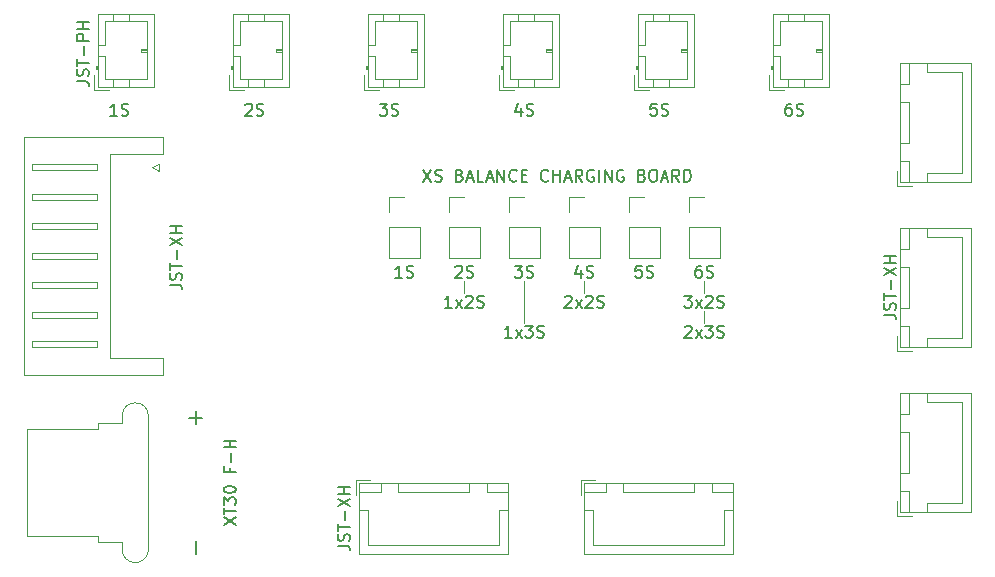
<source format=gbr>
%TF.GenerationSoftware,KiCad,Pcbnew,(5.1.9)-1*%
%TF.CreationDate,2021-07-12T10:29:01+01:00*%
%TF.ProjectId,board,626f6172-642e-46b6-9963-61645f706362,rev?*%
%TF.SameCoordinates,Original*%
%TF.FileFunction,Legend,Top*%
%TF.FilePolarity,Positive*%
%FSLAX46Y46*%
G04 Gerber Fmt 4.6, Leading zero omitted, Abs format (unit mm)*
G04 Created by KiCad (PCBNEW (5.1.9)-1) date 2021-07-12 10:29:01*
%MOMM*%
%LPD*%
G01*
G04 APERTURE LIST*
%ADD10C,0.150000*%
%ADD11C,0.120000*%
G04 APERTURE END LIST*
D10*
X93432380Y-159051333D02*
X94146666Y-159051333D01*
X94289523Y-159098952D01*
X94384761Y-159194190D01*
X94432380Y-159337047D01*
X94432380Y-159432285D01*
X94384761Y-158622761D02*
X94432380Y-158479904D01*
X94432380Y-158241809D01*
X94384761Y-158146571D01*
X94337142Y-158098952D01*
X94241904Y-158051333D01*
X94146666Y-158051333D01*
X94051428Y-158098952D01*
X94003809Y-158146571D01*
X93956190Y-158241809D01*
X93908571Y-158432285D01*
X93860952Y-158527523D01*
X93813333Y-158575142D01*
X93718095Y-158622761D01*
X93622857Y-158622761D01*
X93527619Y-158575142D01*
X93480000Y-158527523D01*
X93432380Y-158432285D01*
X93432380Y-158194190D01*
X93480000Y-158051333D01*
X93432380Y-157765619D02*
X93432380Y-157194190D01*
X94432380Y-157479904D02*
X93432380Y-157479904D01*
X94051428Y-156860857D02*
X94051428Y-156098952D01*
X93432380Y-155718000D02*
X94432380Y-155051333D01*
X93432380Y-155051333D02*
X94432380Y-155718000D01*
X94432380Y-154670380D02*
X93432380Y-154670380D01*
X93908571Y-154670380D02*
X93908571Y-154098952D01*
X94432380Y-154098952D02*
X93432380Y-154098952D01*
X139660380Y-139493333D02*
X140374666Y-139493333D01*
X140517523Y-139540952D01*
X140612761Y-139636190D01*
X140660380Y-139779047D01*
X140660380Y-139874285D01*
X140612761Y-139064761D02*
X140660380Y-138921904D01*
X140660380Y-138683809D01*
X140612761Y-138588571D01*
X140565142Y-138540952D01*
X140469904Y-138493333D01*
X140374666Y-138493333D01*
X140279428Y-138540952D01*
X140231809Y-138588571D01*
X140184190Y-138683809D01*
X140136571Y-138874285D01*
X140088952Y-138969523D01*
X140041333Y-139017142D01*
X139946095Y-139064761D01*
X139850857Y-139064761D01*
X139755619Y-139017142D01*
X139708000Y-138969523D01*
X139660380Y-138874285D01*
X139660380Y-138636190D01*
X139708000Y-138493333D01*
X139660380Y-138207619D02*
X139660380Y-137636190D01*
X140660380Y-137921904D02*
X139660380Y-137921904D01*
X140279428Y-137302857D02*
X140279428Y-136540952D01*
X139660380Y-136160000D02*
X140660380Y-135493333D01*
X139660380Y-135493333D02*
X140660380Y-136160000D01*
X140660380Y-135112380D02*
X139660380Y-135112380D01*
X140136571Y-135112380D02*
X140136571Y-134540952D01*
X140660380Y-134540952D02*
X139660380Y-134540952D01*
X71334380Y-119705142D02*
X72048666Y-119705142D01*
X72191523Y-119752761D01*
X72286761Y-119848000D01*
X72334380Y-119990857D01*
X72334380Y-120086095D01*
X72286761Y-119276571D02*
X72334380Y-119133714D01*
X72334380Y-118895619D01*
X72286761Y-118800380D01*
X72239142Y-118752761D01*
X72143904Y-118705142D01*
X72048666Y-118705142D01*
X71953428Y-118752761D01*
X71905809Y-118800380D01*
X71858190Y-118895619D01*
X71810571Y-119086095D01*
X71762952Y-119181333D01*
X71715333Y-119228952D01*
X71620095Y-119276571D01*
X71524857Y-119276571D01*
X71429619Y-119228952D01*
X71382000Y-119181333D01*
X71334380Y-119086095D01*
X71334380Y-118848000D01*
X71382000Y-118705142D01*
X71334380Y-118419428D02*
X71334380Y-117848000D01*
X72334380Y-118133714D02*
X71334380Y-118133714D01*
X71953428Y-117514666D02*
X71953428Y-116752761D01*
X72334380Y-116276571D02*
X71334380Y-116276571D01*
X71334380Y-115895619D01*
X71382000Y-115800380D01*
X71429619Y-115752761D01*
X71524857Y-115705142D01*
X71667714Y-115705142D01*
X71762952Y-115752761D01*
X71810571Y-115800380D01*
X71858190Y-115895619D01*
X71858190Y-116276571D01*
X72334380Y-115276571D02*
X71334380Y-115276571D01*
X71810571Y-115276571D02*
X71810571Y-114705142D01*
X72334380Y-114705142D02*
X71334380Y-114705142D01*
X83780380Y-157289047D02*
X84780380Y-156622380D01*
X83780380Y-156622380D02*
X84780380Y-157289047D01*
X83780380Y-156384285D02*
X83780380Y-155812857D01*
X84780380Y-156098571D02*
X83780380Y-156098571D01*
X83780380Y-155574761D02*
X83780380Y-154955714D01*
X84161333Y-155289047D01*
X84161333Y-155146190D01*
X84208952Y-155050952D01*
X84256571Y-155003333D01*
X84351809Y-154955714D01*
X84589904Y-154955714D01*
X84685142Y-155003333D01*
X84732761Y-155050952D01*
X84780380Y-155146190D01*
X84780380Y-155431904D01*
X84732761Y-155527142D01*
X84685142Y-155574761D01*
X83780380Y-154336666D02*
X83780380Y-154241428D01*
X83828000Y-154146190D01*
X83875619Y-154098571D01*
X83970857Y-154050952D01*
X84161333Y-154003333D01*
X84399428Y-154003333D01*
X84589904Y-154050952D01*
X84685142Y-154098571D01*
X84732761Y-154146190D01*
X84780380Y-154241428D01*
X84780380Y-154336666D01*
X84732761Y-154431904D01*
X84685142Y-154479523D01*
X84589904Y-154527142D01*
X84399428Y-154574761D01*
X84161333Y-154574761D01*
X83970857Y-154527142D01*
X83875619Y-154479523D01*
X83828000Y-154431904D01*
X83780380Y-154336666D01*
X84256571Y-152479523D02*
X84256571Y-152812857D01*
X84780380Y-152812857D02*
X83780380Y-152812857D01*
X83780380Y-152336666D01*
X84399428Y-151955714D02*
X84399428Y-151193809D01*
X84780380Y-150717619D02*
X83780380Y-150717619D01*
X84256571Y-150717619D02*
X84256571Y-150146190D01*
X84780380Y-150146190D02*
X83780380Y-150146190D01*
D11*
X124460000Y-137668000D02*
X124460000Y-136652000D01*
X124460000Y-140208000D02*
X124460000Y-139192000D01*
X114300000Y-137668000D02*
X114300000Y-136652000D01*
X109220000Y-140208000D02*
X109220000Y-136652000D01*
X104140000Y-137668000D02*
X104140000Y-136652000D01*
D10*
X122817142Y-140517619D02*
X122864761Y-140470000D01*
X122960000Y-140422380D01*
X123198095Y-140422380D01*
X123293333Y-140470000D01*
X123340952Y-140517619D01*
X123388571Y-140612857D01*
X123388571Y-140708095D01*
X123340952Y-140850952D01*
X122769523Y-141422380D01*
X123388571Y-141422380D01*
X123721904Y-141422380D02*
X124245714Y-140755714D01*
X123721904Y-140755714D02*
X124245714Y-141422380D01*
X124531428Y-140422380D02*
X125150476Y-140422380D01*
X124817142Y-140803333D01*
X124960000Y-140803333D01*
X125055238Y-140850952D01*
X125102857Y-140898571D01*
X125150476Y-140993809D01*
X125150476Y-141231904D01*
X125102857Y-141327142D01*
X125055238Y-141374761D01*
X124960000Y-141422380D01*
X124674285Y-141422380D01*
X124579047Y-141374761D01*
X124531428Y-141327142D01*
X125531428Y-141374761D02*
X125674285Y-141422380D01*
X125912380Y-141422380D01*
X126007619Y-141374761D01*
X126055238Y-141327142D01*
X126102857Y-141231904D01*
X126102857Y-141136666D01*
X126055238Y-141041428D01*
X126007619Y-140993809D01*
X125912380Y-140946190D01*
X125721904Y-140898571D01*
X125626666Y-140850952D01*
X125579047Y-140803333D01*
X125531428Y-140708095D01*
X125531428Y-140612857D01*
X125579047Y-140517619D01*
X125626666Y-140470000D01*
X125721904Y-140422380D01*
X125960000Y-140422380D01*
X126102857Y-140470000D01*
X108148571Y-141422380D02*
X107577142Y-141422380D01*
X107862857Y-141422380D02*
X107862857Y-140422380D01*
X107767619Y-140565238D01*
X107672380Y-140660476D01*
X107577142Y-140708095D01*
X108481904Y-141422380D02*
X109005714Y-140755714D01*
X108481904Y-140755714D02*
X109005714Y-141422380D01*
X109291428Y-140422380D02*
X109910476Y-140422380D01*
X109577142Y-140803333D01*
X109720000Y-140803333D01*
X109815238Y-140850952D01*
X109862857Y-140898571D01*
X109910476Y-140993809D01*
X109910476Y-141231904D01*
X109862857Y-141327142D01*
X109815238Y-141374761D01*
X109720000Y-141422380D01*
X109434285Y-141422380D01*
X109339047Y-141374761D01*
X109291428Y-141327142D01*
X110291428Y-141374761D02*
X110434285Y-141422380D01*
X110672380Y-141422380D01*
X110767619Y-141374761D01*
X110815238Y-141327142D01*
X110862857Y-141231904D01*
X110862857Y-141136666D01*
X110815238Y-141041428D01*
X110767619Y-140993809D01*
X110672380Y-140946190D01*
X110481904Y-140898571D01*
X110386666Y-140850952D01*
X110339047Y-140803333D01*
X110291428Y-140708095D01*
X110291428Y-140612857D01*
X110339047Y-140517619D01*
X110386666Y-140470000D01*
X110481904Y-140422380D01*
X110720000Y-140422380D01*
X110862857Y-140470000D01*
X122769523Y-137882380D02*
X123388571Y-137882380D01*
X123055238Y-138263333D01*
X123198095Y-138263333D01*
X123293333Y-138310952D01*
X123340952Y-138358571D01*
X123388571Y-138453809D01*
X123388571Y-138691904D01*
X123340952Y-138787142D01*
X123293333Y-138834761D01*
X123198095Y-138882380D01*
X122912380Y-138882380D01*
X122817142Y-138834761D01*
X122769523Y-138787142D01*
X123721904Y-138882380D02*
X124245714Y-138215714D01*
X123721904Y-138215714D02*
X124245714Y-138882380D01*
X124579047Y-137977619D02*
X124626666Y-137930000D01*
X124721904Y-137882380D01*
X124960000Y-137882380D01*
X125055238Y-137930000D01*
X125102857Y-137977619D01*
X125150476Y-138072857D01*
X125150476Y-138168095D01*
X125102857Y-138310952D01*
X124531428Y-138882380D01*
X125150476Y-138882380D01*
X125531428Y-138834761D02*
X125674285Y-138882380D01*
X125912380Y-138882380D01*
X126007619Y-138834761D01*
X126055238Y-138787142D01*
X126102857Y-138691904D01*
X126102857Y-138596666D01*
X126055238Y-138501428D01*
X126007619Y-138453809D01*
X125912380Y-138406190D01*
X125721904Y-138358571D01*
X125626666Y-138310952D01*
X125579047Y-138263333D01*
X125531428Y-138168095D01*
X125531428Y-138072857D01*
X125579047Y-137977619D01*
X125626666Y-137930000D01*
X125721904Y-137882380D01*
X125960000Y-137882380D01*
X126102857Y-137930000D01*
X112657142Y-137977619D02*
X112704761Y-137930000D01*
X112800000Y-137882380D01*
X113038095Y-137882380D01*
X113133333Y-137930000D01*
X113180952Y-137977619D01*
X113228571Y-138072857D01*
X113228571Y-138168095D01*
X113180952Y-138310952D01*
X112609523Y-138882380D01*
X113228571Y-138882380D01*
X113561904Y-138882380D02*
X114085714Y-138215714D01*
X113561904Y-138215714D02*
X114085714Y-138882380D01*
X114419047Y-137977619D02*
X114466666Y-137930000D01*
X114561904Y-137882380D01*
X114800000Y-137882380D01*
X114895238Y-137930000D01*
X114942857Y-137977619D01*
X114990476Y-138072857D01*
X114990476Y-138168095D01*
X114942857Y-138310952D01*
X114371428Y-138882380D01*
X114990476Y-138882380D01*
X115371428Y-138834761D02*
X115514285Y-138882380D01*
X115752380Y-138882380D01*
X115847619Y-138834761D01*
X115895238Y-138787142D01*
X115942857Y-138691904D01*
X115942857Y-138596666D01*
X115895238Y-138501428D01*
X115847619Y-138453809D01*
X115752380Y-138406190D01*
X115561904Y-138358571D01*
X115466666Y-138310952D01*
X115419047Y-138263333D01*
X115371428Y-138168095D01*
X115371428Y-138072857D01*
X115419047Y-137977619D01*
X115466666Y-137930000D01*
X115561904Y-137882380D01*
X115800000Y-137882380D01*
X115942857Y-137930000D01*
X103068571Y-138882380D02*
X102497142Y-138882380D01*
X102782857Y-138882380D02*
X102782857Y-137882380D01*
X102687619Y-138025238D01*
X102592380Y-138120476D01*
X102497142Y-138168095D01*
X103401904Y-138882380D02*
X103925714Y-138215714D01*
X103401904Y-138215714D02*
X103925714Y-138882380D01*
X104259047Y-137977619D02*
X104306666Y-137930000D01*
X104401904Y-137882380D01*
X104640000Y-137882380D01*
X104735238Y-137930000D01*
X104782857Y-137977619D01*
X104830476Y-138072857D01*
X104830476Y-138168095D01*
X104782857Y-138310952D01*
X104211428Y-138882380D01*
X104830476Y-138882380D01*
X105211428Y-138834761D02*
X105354285Y-138882380D01*
X105592380Y-138882380D01*
X105687619Y-138834761D01*
X105735238Y-138787142D01*
X105782857Y-138691904D01*
X105782857Y-138596666D01*
X105735238Y-138501428D01*
X105687619Y-138453809D01*
X105592380Y-138406190D01*
X105401904Y-138358571D01*
X105306666Y-138310952D01*
X105259047Y-138263333D01*
X105211428Y-138168095D01*
X105211428Y-138072857D01*
X105259047Y-137977619D01*
X105306666Y-137930000D01*
X105401904Y-137882380D01*
X105640000Y-137882380D01*
X105782857Y-137930000D01*
X74739523Y-122626380D02*
X74168095Y-122626380D01*
X74453809Y-122626380D02*
X74453809Y-121626380D01*
X74358571Y-121769238D01*
X74263333Y-121864476D01*
X74168095Y-121912095D01*
X75120476Y-122578761D02*
X75263333Y-122626380D01*
X75501428Y-122626380D01*
X75596666Y-122578761D01*
X75644285Y-122531142D01*
X75691904Y-122435904D01*
X75691904Y-122340666D01*
X75644285Y-122245428D01*
X75596666Y-122197809D01*
X75501428Y-122150190D01*
X75310952Y-122102571D01*
X75215714Y-122054952D01*
X75168095Y-122007333D01*
X75120476Y-121912095D01*
X75120476Y-121816857D01*
X75168095Y-121721619D01*
X75215714Y-121674000D01*
X75310952Y-121626380D01*
X75549047Y-121626380D01*
X75691904Y-121674000D01*
X79208380Y-136953333D02*
X79922666Y-136953333D01*
X80065523Y-137000952D01*
X80160761Y-137096190D01*
X80208380Y-137239047D01*
X80208380Y-137334285D01*
X80160761Y-136524761D02*
X80208380Y-136381904D01*
X80208380Y-136143809D01*
X80160761Y-136048571D01*
X80113142Y-136000952D01*
X80017904Y-135953333D01*
X79922666Y-135953333D01*
X79827428Y-136000952D01*
X79779809Y-136048571D01*
X79732190Y-136143809D01*
X79684571Y-136334285D01*
X79636952Y-136429523D01*
X79589333Y-136477142D01*
X79494095Y-136524761D01*
X79398857Y-136524761D01*
X79303619Y-136477142D01*
X79256000Y-136429523D01*
X79208380Y-136334285D01*
X79208380Y-136096190D01*
X79256000Y-135953333D01*
X79208380Y-135667619D02*
X79208380Y-135096190D01*
X80208380Y-135381904D02*
X79208380Y-135381904D01*
X79827428Y-134762857D02*
X79827428Y-134000952D01*
X79208380Y-133620000D02*
X80208380Y-132953333D01*
X79208380Y-132953333D02*
X80208380Y-133620000D01*
X80208380Y-132572380D02*
X79208380Y-132572380D01*
X79684571Y-132572380D02*
X79684571Y-132000952D01*
X80208380Y-132000952D02*
X79208380Y-132000952D01*
X96980476Y-121626380D02*
X97599523Y-121626380D01*
X97266190Y-122007333D01*
X97409047Y-122007333D01*
X97504285Y-122054952D01*
X97551904Y-122102571D01*
X97599523Y-122197809D01*
X97599523Y-122435904D01*
X97551904Y-122531142D01*
X97504285Y-122578761D01*
X97409047Y-122626380D01*
X97123333Y-122626380D01*
X97028095Y-122578761D01*
X96980476Y-122531142D01*
X97980476Y-122578761D02*
X98123333Y-122626380D01*
X98361428Y-122626380D01*
X98456666Y-122578761D01*
X98504285Y-122531142D01*
X98551904Y-122435904D01*
X98551904Y-122340666D01*
X98504285Y-122245428D01*
X98456666Y-122197809D01*
X98361428Y-122150190D01*
X98170952Y-122102571D01*
X98075714Y-122054952D01*
X98028095Y-122007333D01*
X97980476Y-121912095D01*
X97980476Y-121816857D01*
X98028095Y-121721619D01*
X98075714Y-121674000D01*
X98170952Y-121626380D01*
X98409047Y-121626380D01*
X98551904Y-121674000D01*
X114014285Y-135675714D02*
X114014285Y-136342380D01*
X113776190Y-135294761D02*
X113538095Y-136009047D01*
X114157142Y-136009047D01*
X114490476Y-136294761D02*
X114633333Y-136342380D01*
X114871428Y-136342380D01*
X114966666Y-136294761D01*
X115014285Y-136247142D01*
X115061904Y-136151904D01*
X115061904Y-136056666D01*
X115014285Y-135961428D01*
X114966666Y-135913809D01*
X114871428Y-135866190D01*
X114680952Y-135818571D01*
X114585714Y-135770952D01*
X114538095Y-135723333D01*
X114490476Y-135628095D01*
X114490476Y-135532857D01*
X114538095Y-135437619D01*
X114585714Y-135390000D01*
X114680952Y-135342380D01*
X114919047Y-135342380D01*
X115061904Y-135390000D01*
X103378095Y-135437619D02*
X103425714Y-135390000D01*
X103520952Y-135342380D01*
X103759047Y-135342380D01*
X103854285Y-135390000D01*
X103901904Y-135437619D01*
X103949523Y-135532857D01*
X103949523Y-135628095D01*
X103901904Y-135770952D01*
X103330476Y-136342380D01*
X103949523Y-136342380D01*
X104330476Y-136294761D02*
X104473333Y-136342380D01*
X104711428Y-136342380D01*
X104806666Y-136294761D01*
X104854285Y-136247142D01*
X104901904Y-136151904D01*
X104901904Y-136056666D01*
X104854285Y-135961428D01*
X104806666Y-135913809D01*
X104711428Y-135866190D01*
X104520952Y-135818571D01*
X104425714Y-135770952D01*
X104378095Y-135723333D01*
X104330476Y-135628095D01*
X104330476Y-135532857D01*
X104378095Y-135437619D01*
X104425714Y-135390000D01*
X104520952Y-135342380D01*
X104759047Y-135342380D01*
X104901904Y-135390000D01*
X108410476Y-135342380D02*
X109029523Y-135342380D01*
X108696190Y-135723333D01*
X108839047Y-135723333D01*
X108934285Y-135770952D01*
X108981904Y-135818571D01*
X109029523Y-135913809D01*
X109029523Y-136151904D01*
X108981904Y-136247142D01*
X108934285Y-136294761D01*
X108839047Y-136342380D01*
X108553333Y-136342380D01*
X108458095Y-136294761D01*
X108410476Y-136247142D01*
X109410476Y-136294761D02*
X109553333Y-136342380D01*
X109791428Y-136342380D01*
X109886666Y-136294761D01*
X109934285Y-136247142D01*
X109981904Y-136151904D01*
X109981904Y-136056666D01*
X109934285Y-135961428D01*
X109886666Y-135913809D01*
X109791428Y-135866190D01*
X109600952Y-135818571D01*
X109505714Y-135770952D01*
X109458095Y-135723333D01*
X109410476Y-135628095D01*
X109410476Y-135532857D01*
X109458095Y-135437619D01*
X109505714Y-135390000D01*
X109600952Y-135342380D01*
X109839047Y-135342380D01*
X109981904Y-135390000D01*
X120411904Y-121626380D02*
X119935714Y-121626380D01*
X119888095Y-122102571D01*
X119935714Y-122054952D01*
X120030952Y-122007333D01*
X120269047Y-122007333D01*
X120364285Y-122054952D01*
X120411904Y-122102571D01*
X120459523Y-122197809D01*
X120459523Y-122435904D01*
X120411904Y-122531142D01*
X120364285Y-122578761D01*
X120269047Y-122626380D01*
X120030952Y-122626380D01*
X119935714Y-122578761D01*
X119888095Y-122531142D01*
X120840476Y-122578761D02*
X120983333Y-122626380D01*
X121221428Y-122626380D01*
X121316666Y-122578761D01*
X121364285Y-122531142D01*
X121411904Y-122435904D01*
X121411904Y-122340666D01*
X121364285Y-122245428D01*
X121316666Y-122197809D01*
X121221428Y-122150190D01*
X121030952Y-122102571D01*
X120935714Y-122054952D01*
X120888095Y-122007333D01*
X120840476Y-121912095D01*
X120840476Y-121816857D01*
X120888095Y-121721619D01*
X120935714Y-121674000D01*
X121030952Y-121626380D01*
X121269047Y-121626380D01*
X121411904Y-121674000D01*
X119141904Y-135342380D02*
X118665714Y-135342380D01*
X118618095Y-135818571D01*
X118665714Y-135770952D01*
X118760952Y-135723333D01*
X118999047Y-135723333D01*
X119094285Y-135770952D01*
X119141904Y-135818571D01*
X119189523Y-135913809D01*
X119189523Y-136151904D01*
X119141904Y-136247142D01*
X119094285Y-136294761D01*
X118999047Y-136342380D01*
X118760952Y-136342380D01*
X118665714Y-136294761D01*
X118618095Y-136247142D01*
X119570476Y-136294761D02*
X119713333Y-136342380D01*
X119951428Y-136342380D01*
X120046666Y-136294761D01*
X120094285Y-136247142D01*
X120141904Y-136151904D01*
X120141904Y-136056666D01*
X120094285Y-135961428D01*
X120046666Y-135913809D01*
X119951428Y-135866190D01*
X119760952Y-135818571D01*
X119665714Y-135770952D01*
X119618095Y-135723333D01*
X119570476Y-135628095D01*
X119570476Y-135532857D01*
X119618095Y-135437619D01*
X119665714Y-135390000D01*
X119760952Y-135342380D01*
X119999047Y-135342380D01*
X120141904Y-135390000D01*
X131794285Y-121626380D02*
X131603809Y-121626380D01*
X131508571Y-121674000D01*
X131460952Y-121721619D01*
X131365714Y-121864476D01*
X131318095Y-122054952D01*
X131318095Y-122435904D01*
X131365714Y-122531142D01*
X131413333Y-122578761D01*
X131508571Y-122626380D01*
X131699047Y-122626380D01*
X131794285Y-122578761D01*
X131841904Y-122531142D01*
X131889523Y-122435904D01*
X131889523Y-122197809D01*
X131841904Y-122102571D01*
X131794285Y-122054952D01*
X131699047Y-122007333D01*
X131508571Y-122007333D01*
X131413333Y-122054952D01*
X131365714Y-122102571D01*
X131318095Y-122197809D01*
X132270476Y-122578761D02*
X132413333Y-122626380D01*
X132651428Y-122626380D01*
X132746666Y-122578761D01*
X132794285Y-122531142D01*
X132841904Y-122435904D01*
X132841904Y-122340666D01*
X132794285Y-122245428D01*
X132746666Y-122197809D01*
X132651428Y-122150190D01*
X132460952Y-122102571D01*
X132365714Y-122054952D01*
X132318095Y-122007333D01*
X132270476Y-121912095D01*
X132270476Y-121816857D01*
X132318095Y-121721619D01*
X132365714Y-121674000D01*
X132460952Y-121626380D01*
X132699047Y-121626380D01*
X132841904Y-121674000D01*
X108934285Y-121959714D02*
X108934285Y-122626380D01*
X108696190Y-121578761D02*
X108458095Y-122293047D01*
X109077142Y-122293047D01*
X109410476Y-122578761D02*
X109553333Y-122626380D01*
X109791428Y-122626380D01*
X109886666Y-122578761D01*
X109934285Y-122531142D01*
X109981904Y-122435904D01*
X109981904Y-122340666D01*
X109934285Y-122245428D01*
X109886666Y-122197809D01*
X109791428Y-122150190D01*
X109600952Y-122102571D01*
X109505714Y-122054952D01*
X109458095Y-122007333D01*
X109410476Y-121912095D01*
X109410476Y-121816857D01*
X109458095Y-121721619D01*
X109505714Y-121674000D01*
X109600952Y-121626380D01*
X109839047Y-121626380D01*
X109981904Y-121674000D01*
X124174285Y-135342380D02*
X123983809Y-135342380D01*
X123888571Y-135390000D01*
X123840952Y-135437619D01*
X123745714Y-135580476D01*
X123698095Y-135770952D01*
X123698095Y-136151904D01*
X123745714Y-136247142D01*
X123793333Y-136294761D01*
X123888571Y-136342380D01*
X124079047Y-136342380D01*
X124174285Y-136294761D01*
X124221904Y-136247142D01*
X124269523Y-136151904D01*
X124269523Y-135913809D01*
X124221904Y-135818571D01*
X124174285Y-135770952D01*
X124079047Y-135723333D01*
X123888571Y-135723333D01*
X123793333Y-135770952D01*
X123745714Y-135818571D01*
X123698095Y-135913809D01*
X124650476Y-136294761D02*
X124793333Y-136342380D01*
X125031428Y-136342380D01*
X125126666Y-136294761D01*
X125174285Y-136247142D01*
X125221904Y-136151904D01*
X125221904Y-136056666D01*
X125174285Y-135961428D01*
X125126666Y-135913809D01*
X125031428Y-135866190D01*
X124840952Y-135818571D01*
X124745714Y-135770952D01*
X124698095Y-135723333D01*
X124650476Y-135628095D01*
X124650476Y-135532857D01*
X124698095Y-135437619D01*
X124745714Y-135390000D01*
X124840952Y-135342380D01*
X125079047Y-135342380D01*
X125221904Y-135390000D01*
X85598095Y-121721619D02*
X85645714Y-121674000D01*
X85740952Y-121626380D01*
X85979047Y-121626380D01*
X86074285Y-121674000D01*
X86121904Y-121721619D01*
X86169523Y-121816857D01*
X86169523Y-121912095D01*
X86121904Y-122054952D01*
X85550476Y-122626380D01*
X86169523Y-122626380D01*
X86550476Y-122578761D02*
X86693333Y-122626380D01*
X86931428Y-122626380D01*
X87026666Y-122578761D01*
X87074285Y-122531142D01*
X87121904Y-122435904D01*
X87121904Y-122340666D01*
X87074285Y-122245428D01*
X87026666Y-122197809D01*
X86931428Y-122150190D01*
X86740952Y-122102571D01*
X86645714Y-122054952D01*
X86598095Y-122007333D01*
X86550476Y-121912095D01*
X86550476Y-121816857D01*
X86598095Y-121721619D01*
X86645714Y-121674000D01*
X86740952Y-121626380D01*
X86979047Y-121626380D01*
X87121904Y-121674000D01*
X98869523Y-136342380D02*
X98298095Y-136342380D01*
X98583809Y-136342380D02*
X98583809Y-135342380D01*
X98488571Y-135485238D01*
X98393333Y-135580476D01*
X98298095Y-135628095D01*
X99250476Y-136294761D02*
X99393333Y-136342380D01*
X99631428Y-136342380D01*
X99726666Y-136294761D01*
X99774285Y-136247142D01*
X99821904Y-136151904D01*
X99821904Y-136056666D01*
X99774285Y-135961428D01*
X99726666Y-135913809D01*
X99631428Y-135866190D01*
X99440952Y-135818571D01*
X99345714Y-135770952D01*
X99298095Y-135723333D01*
X99250476Y-135628095D01*
X99250476Y-135532857D01*
X99298095Y-135437619D01*
X99345714Y-135390000D01*
X99440952Y-135342380D01*
X99679047Y-135342380D01*
X99821904Y-135390000D01*
X100656857Y-127214380D02*
X101323523Y-128214380D01*
X101323523Y-127214380D02*
X100656857Y-128214380D01*
X101656857Y-128166761D02*
X101799714Y-128214380D01*
X102037809Y-128214380D01*
X102133047Y-128166761D01*
X102180666Y-128119142D01*
X102228285Y-128023904D01*
X102228285Y-127928666D01*
X102180666Y-127833428D01*
X102133047Y-127785809D01*
X102037809Y-127738190D01*
X101847333Y-127690571D01*
X101752095Y-127642952D01*
X101704476Y-127595333D01*
X101656857Y-127500095D01*
X101656857Y-127404857D01*
X101704476Y-127309619D01*
X101752095Y-127262000D01*
X101847333Y-127214380D01*
X102085428Y-127214380D01*
X102228285Y-127262000D01*
X103752095Y-127690571D02*
X103894952Y-127738190D01*
X103942571Y-127785809D01*
X103990190Y-127881047D01*
X103990190Y-128023904D01*
X103942571Y-128119142D01*
X103894952Y-128166761D01*
X103799714Y-128214380D01*
X103418761Y-128214380D01*
X103418761Y-127214380D01*
X103752095Y-127214380D01*
X103847333Y-127262000D01*
X103894952Y-127309619D01*
X103942571Y-127404857D01*
X103942571Y-127500095D01*
X103894952Y-127595333D01*
X103847333Y-127642952D01*
X103752095Y-127690571D01*
X103418761Y-127690571D01*
X104371142Y-127928666D02*
X104847333Y-127928666D01*
X104275904Y-128214380D02*
X104609238Y-127214380D01*
X104942571Y-128214380D01*
X105752095Y-128214380D02*
X105275904Y-128214380D01*
X105275904Y-127214380D01*
X106037809Y-127928666D02*
X106514000Y-127928666D01*
X105942571Y-128214380D02*
X106275904Y-127214380D01*
X106609238Y-128214380D01*
X106942571Y-128214380D02*
X106942571Y-127214380D01*
X107514000Y-128214380D01*
X107514000Y-127214380D01*
X108561619Y-128119142D02*
X108514000Y-128166761D01*
X108371142Y-128214380D01*
X108275904Y-128214380D01*
X108133047Y-128166761D01*
X108037809Y-128071523D01*
X107990190Y-127976285D01*
X107942571Y-127785809D01*
X107942571Y-127642952D01*
X107990190Y-127452476D01*
X108037809Y-127357238D01*
X108133047Y-127262000D01*
X108275904Y-127214380D01*
X108371142Y-127214380D01*
X108514000Y-127262000D01*
X108561619Y-127309619D01*
X108990190Y-127690571D02*
X109323523Y-127690571D01*
X109466380Y-128214380D02*
X108990190Y-128214380D01*
X108990190Y-127214380D01*
X109466380Y-127214380D01*
X111228285Y-128119142D02*
X111180666Y-128166761D01*
X111037809Y-128214380D01*
X110942571Y-128214380D01*
X110799714Y-128166761D01*
X110704476Y-128071523D01*
X110656857Y-127976285D01*
X110609238Y-127785809D01*
X110609238Y-127642952D01*
X110656857Y-127452476D01*
X110704476Y-127357238D01*
X110799714Y-127262000D01*
X110942571Y-127214380D01*
X111037809Y-127214380D01*
X111180666Y-127262000D01*
X111228285Y-127309619D01*
X111656857Y-128214380D02*
X111656857Y-127214380D01*
X111656857Y-127690571D02*
X112228285Y-127690571D01*
X112228285Y-128214380D02*
X112228285Y-127214380D01*
X112656857Y-127928666D02*
X113133047Y-127928666D01*
X112561619Y-128214380D02*
X112894952Y-127214380D01*
X113228285Y-128214380D01*
X114133047Y-128214380D02*
X113799714Y-127738190D01*
X113561619Y-128214380D02*
X113561619Y-127214380D01*
X113942571Y-127214380D01*
X114037809Y-127262000D01*
X114085428Y-127309619D01*
X114133047Y-127404857D01*
X114133047Y-127547714D01*
X114085428Y-127642952D01*
X114037809Y-127690571D01*
X113942571Y-127738190D01*
X113561619Y-127738190D01*
X115085428Y-127262000D02*
X114990190Y-127214380D01*
X114847333Y-127214380D01*
X114704476Y-127262000D01*
X114609238Y-127357238D01*
X114561619Y-127452476D01*
X114514000Y-127642952D01*
X114514000Y-127785809D01*
X114561619Y-127976285D01*
X114609238Y-128071523D01*
X114704476Y-128166761D01*
X114847333Y-128214380D01*
X114942571Y-128214380D01*
X115085428Y-128166761D01*
X115133047Y-128119142D01*
X115133047Y-127785809D01*
X114942571Y-127785809D01*
X115561619Y-128214380D02*
X115561619Y-127214380D01*
X116037809Y-128214380D02*
X116037809Y-127214380D01*
X116609238Y-128214380D01*
X116609238Y-127214380D01*
X117609238Y-127262000D02*
X117514000Y-127214380D01*
X117371142Y-127214380D01*
X117228285Y-127262000D01*
X117133047Y-127357238D01*
X117085428Y-127452476D01*
X117037809Y-127642952D01*
X117037809Y-127785809D01*
X117085428Y-127976285D01*
X117133047Y-128071523D01*
X117228285Y-128166761D01*
X117371142Y-128214380D01*
X117466380Y-128214380D01*
X117609238Y-128166761D01*
X117656857Y-128119142D01*
X117656857Y-127785809D01*
X117466380Y-127785809D01*
X119180666Y-127690571D02*
X119323523Y-127738190D01*
X119371142Y-127785809D01*
X119418761Y-127881047D01*
X119418761Y-128023904D01*
X119371142Y-128119142D01*
X119323523Y-128166761D01*
X119228285Y-128214380D01*
X118847333Y-128214380D01*
X118847333Y-127214380D01*
X119180666Y-127214380D01*
X119275904Y-127262000D01*
X119323523Y-127309619D01*
X119371142Y-127404857D01*
X119371142Y-127500095D01*
X119323523Y-127595333D01*
X119275904Y-127642952D01*
X119180666Y-127690571D01*
X118847333Y-127690571D01*
X120037809Y-127214380D02*
X120228285Y-127214380D01*
X120323523Y-127262000D01*
X120418761Y-127357238D01*
X120466380Y-127547714D01*
X120466380Y-127881047D01*
X120418761Y-128071523D01*
X120323523Y-128166761D01*
X120228285Y-128214380D01*
X120037809Y-128214380D01*
X119942571Y-128166761D01*
X119847333Y-128071523D01*
X119799714Y-127881047D01*
X119799714Y-127547714D01*
X119847333Y-127357238D01*
X119942571Y-127262000D01*
X120037809Y-127214380D01*
X120847333Y-127928666D02*
X121323523Y-127928666D01*
X120752095Y-128214380D02*
X121085428Y-127214380D01*
X121418761Y-128214380D01*
X122323523Y-128214380D02*
X121990190Y-127738190D01*
X121752095Y-128214380D02*
X121752095Y-127214380D01*
X122133047Y-127214380D01*
X122228285Y-127262000D01*
X122275904Y-127309619D01*
X122323523Y-127404857D01*
X122323523Y-127547714D01*
X122275904Y-127642952D01*
X122228285Y-127690571D01*
X122133047Y-127738190D01*
X121752095Y-127738190D01*
X122752095Y-128214380D02*
X122752095Y-127214380D01*
X122990190Y-127214380D01*
X123133047Y-127262000D01*
X123228285Y-127357238D01*
X123275904Y-127452476D01*
X123323523Y-127642952D01*
X123323523Y-127785809D01*
X123275904Y-127976285D01*
X123228285Y-128071523D01*
X123133047Y-128166761D01*
X122990190Y-128214380D01*
X122752095Y-128214380D01*
D11*
%TO.C,JP1*%
X97730000Y-134680000D02*
X100390000Y-134680000D01*
X97730000Y-132080000D02*
X97730000Y-134680000D01*
X100390000Y-132080000D02*
X100390000Y-134680000D01*
X97730000Y-132080000D02*
X100390000Y-132080000D01*
X97730000Y-130810000D02*
X97730000Y-129480000D01*
X97730000Y-129480000D02*
X99060000Y-129480000D01*
%TO.C,J13*%
X78300000Y-127300000D02*
X77700000Y-127000000D01*
X78300000Y-126700000D02*
X78300000Y-127300000D01*
X77700000Y-127000000D02*
X78300000Y-126700000D01*
X73000000Y-142250000D02*
X73000000Y-141750000D01*
X67500000Y-142250000D02*
X73000000Y-142250000D01*
X67500000Y-141750000D02*
X67500000Y-142250000D01*
X73000000Y-141750000D02*
X67500000Y-141750000D01*
X73000000Y-139750000D02*
X73000000Y-139250000D01*
X67500000Y-139750000D02*
X73000000Y-139750000D01*
X67500000Y-139250000D02*
X67500000Y-139750000D01*
X73000000Y-139250000D02*
X67500000Y-139250000D01*
X73000000Y-137250000D02*
X73000000Y-136750000D01*
X67500000Y-137250000D02*
X73000000Y-137250000D01*
X67500000Y-136750000D02*
X67500000Y-137250000D01*
X73000000Y-136750000D02*
X67500000Y-136750000D01*
X73000000Y-134750000D02*
X73000000Y-134250000D01*
X67500000Y-134750000D02*
X73000000Y-134750000D01*
X67500000Y-134250000D02*
X67500000Y-134750000D01*
X73000000Y-134250000D02*
X67500000Y-134250000D01*
X73000000Y-132250000D02*
X73000000Y-131750000D01*
X67500000Y-132250000D02*
X73000000Y-132250000D01*
X67500000Y-131750000D02*
X67500000Y-132250000D01*
X73000000Y-131750000D02*
X67500000Y-131750000D01*
X73000000Y-129750000D02*
X73000000Y-129250000D01*
X67500000Y-129750000D02*
X73000000Y-129750000D01*
X67500000Y-129250000D02*
X67500000Y-129750000D01*
X73000000Y-129250000D02*
X67500000Y-129250000D01*
X73000000Y-127250000D02*
X73000000Y-126750000D01*
X67500000Y-127250000D02*
X73000000Y-127250000D01*
X67500000Y-126750000D02*
X67500000Y-127250000D01*
X73000000Y-126750000D02*
X67500000Y-126750000D01*
X74110000Y-143140000D02*
X74110000Y-134500000D01*
X78610000Y-143140000D02*
X74110000Y-143140000D01*
X78610000Y-144560000D02*
X78610000Y-143140000D01*
X66890000Y-144560000D02*
X78610000Y-144560000D01*
X66890000Y-134500000D02*
X66890000Y-144560000D01*
X74110000Y-125860000D02*
X74110000Y-134500000D01*
X78610000Y-125860000D02*
X74110000Y-125860000D01*
X78610000Y-124440000D02*
X78610000Y-125860000D01*
X66890000Y-124440000D02*
X78610000Y-124440000D01*
X66890000Y-134500000D02*
X66890000Y-124440000D01*
%TO.C,JP5*%
X118050000Y-134680000D02*
X120710000Y-134680000D01*
X118050000Y-132080000D02*
X118050000Y-134680000D01*
X120710000Y-132080000D02*
X120710000Y-134680000D01*
X118050000Y-132080000D02*
X120710000Y-132080000D01*
X118050000Y-130810000D02*
X118050000Y-129480000D01*
X118050000Y-129480000D02*
X119380000Y-129480000D01*
%TO.C,JP2*%
X102810000Y-134680000D02*
X105470000Y-134680000D01*
X102810000Y-132080000D02*
X102810000Y-134680000D01*
X105470000Y-132080000D02*
X105470000Y-134680000D01*
X102810000Y-132080000D02*
X105470000Y-132080000D01*
X102810000Y-130810000D02*
X102810000Y-129480000D01*
X102810000Y-129480000D02*
X104140000Y-129480000D01*
%TO.C,JP3*%
X107890000Y-134680000D02*
X110550000Y-134680000D01*
X107890000Y-132080000D02*
X107890000Y-134680000D01*
X110550000Y-132080000D02*
X110550000Y-134680000D01*
X107890000Y-132080000D02*
X110550000Y-132080000D01*
X107890000Y-130810000D02*
X107890000Y-129480000D01*
X107890000Y-129480000D02*
X109220000Y-129480000D01*
%TO.C,JP4*%
X112970000Y-134680000D02*
X115630000Y-134680000D01*
X112970000Y-132080000D02*
X112970000Y-134680000D01*
X115630000Y-132080000D02*
X115630000Y-134680000D01*
X112970000Y-132080000D02*
X115630000Y-132080000D01*
X112970000Y-130810000D02*
X112970000Y-129480000D01*
X112970000Y-129480000D02*
X114300000Y-129480000D01*
%TO.C,JP6*%
X123130000Y-134680000D02*
X125790000Y-134680000D01*
X123130000Y-132080000D02*
X123130000Y-134680000D01*
X125790000Y-132080000D02*
X125790000Y-134680000D01*
X123130000Y-132080000D02*
X125790000Y-132080000D01*
X123130000Y-130810000D02*
X123130000Y-129480000D01*
X123130000Y-129480000D02*
X124460000Y-129480000D01*
%TO.C,J12*%
X67120000Y-158240000D02*
X73120000Y-158240000D01*
X67120000Y-158240000D02*
X67120000Y-149210000D01*
X67120000Y-149180000D02*
X73120000Y-149180000D01*
X73120000Y-149180000D02*
X73120000Y-148650000D01*
X73120000Y-148650000D02*
X75170000Y-148650000D01*
X75170000Y-148650000D02*
X75170000Y-147950000D01*
X75170000Y-159470000D02*
X75170000Y-158770000D01*
X73120000Y-158770000D02*
X75170000Y-158770000D01*
X77390000Y-159470000D02*
X77390000Y-147950000D01*
X73120000Y-158770000D02*
X73120000Y-158240000D01*
X75170000Y-148060000D02*
G75*
G02*
X77390000Y-148060000I1110000J0D01*
G01*
X77376635Y-159531729D02*
G75*
G02*
X75170000Y-159360000I-1096635J171729D01*
G01*
%TO.C,J11*%
X113990000Y-153460000D02*
X113990000Y-154710000D01*
X115240000Y-153460000D02*
X113990000Y-153460000D01*
X126140000Y-158960000D02*
X120590000Y-158960000D01*
X126140000Y-156010000D02*
X126140000Y-158960000D01*
X126890000Y-156010000D02*
X126140000Y-156010000D01*
X115040000Y-158960000D02*
X120590000Y-158960000D01*
X115040000Y-156010000D02*
X115040000Y-158960000D01*
X114290000Y-156010000D02*
X115040000Y-156010000D01*
X126890000Y-153760000D02*
X125090000Y-153760000D01*
X126890000Y-154510000D02*
X126890000Y-153760000D01*
X125090000Y-154510000D02*
X126890000Y-154510000D01*
X125090000Y-153760000D02*
X125090000Y-154510000D01*
X116090000Y-153760000D02*
X114290000Y-153760000D01*
X116090000Y-154510000D02*
X116090000Y-153760000D01*
X114290000Y-154510000D02*
X116090000Y-154510000D01*
X114290000Y-153760000D02*
X114290000Y-154510000D01*
X123590000Y-153760000D02*
X117590000Y-153760000D01*
X123590000Y-154510000D02*
X123590000Y-153760000D01*
X117590000Y-154510000D02*
X123590000Y-154510000D01*
X117590000Y-153760000D02*
X117590000Y-154510000D01*
X126900000Y-153750000D02*
X114280000Y-153750000D01*
X126900000Y-159720000D02*
X126900000Y-153750000D01*
X114280000Y-159720000D02*
X126900000Y-159720000D01*
X114280000Y-153750000D02*
X114280000Y-159720000D01*
%TO.C,J10*%
X94940000Y-153460000D02*
X94940000Y-154710000D01*
X96190000Y-153460000D02*
X94940000Y-153460000D01*
X107090000Y-158960000D02*
X101540000Y-158960000D01*
X107090000Y-156010000D02*
X107090000Y-158960000D01*
X107840000Y-156010000D02*
X107090000Y-156010000D01*
X95990000Y-158960000D02*
X101540000Y-158960000D01*
X95990000Y-156010000D02*
X95990000Y-158960000D01*
X95240000Y-156010000D02*
X95990000Y-156010000D01*
X107840000Y-153760000D02*
X106040000Y-153760000D01*
X107840000Y-154510000D02*
X107840000Y-153760000D01*
X106040000Y-154510000D02*
X107840000Y-154510000D01*
X106040000Y-153760000D02*
X106040000Y-154510000D01*
X97040000Y-153760000D02*
X95240000Y-153760000D01*
X97040000Y-154510000D02*
X97040000Y-153760000D01*
X95240000Y-154510000D02*
X97040000Y-154510000D01*
X95240000Y-153760000D02*
X95240000Y-154510000D01*
X104540000Y-153760000D02*
X98540000Y-153760000D01*
X104540000Y-154510000D02*
X104540000Y-153760000D01*
X98540000Y-154510000D02*
X104540000Y-154510000D01*
X98540000Y-153760000D02*
X98540000Y-154510000D01*
X107850000Y-153750000D02*
X95230000Y-153750000D01*
X107850000Y-159720000D02*
X107850000Y-153750000D01*
X95230000Y-159720000D02*
X107850000Y-159720000D01*
X95230000Y-153750000D02*
X95230000Y-159720000D01*
%TO.C,J9*%
X141050000Y-128290000D02*
X147020000Y-128290000D01*
X147020000Y-128290000D02*
X147020000Y-118170000D01*
X147020000Y-118170000D02*
X141050000Y-118170000D01*
X141050000Y-118170000D02*
X141050000Y-128290000D01*
X141060000Y-124980000D02*
X141810000Y-124980000D01*
X141810000Y-124980000D02*
X141810000Y-121480000D01*
X141810000Y-121480000D02*
X141060000Y-121480000D01*
X141060000Y-121480000D02*
X141060000Y-124980000D01*
X141060000Y-128280000D02*
X141810000Y-128280000D01*
X141810000Y-128280000D02*
X141810000Y-126480000D01*
X141810000Y-126480000D02*
X141060000Y-126480000D01*
X141060000Y-126480000D02*
X141060000Y-128280000D01*
X141060000Y-119980000D02*
X141810000Y-119980000D01*
X141810000Y-119980000D02*
X141810000Y-118180000D01*
X141810000Y-118180000D02*
X141060000Y-118180000D01*
X141060000Y-118180000D02*
X141060000Y-119980000D01*
X143310000Y-128280000D02*
X143310000Y-127530000D01*
X143310000Y-127530000D02*
X146260000Y-127530000D01*
X146260000Y-127530000D02*
X146260000Y-123230000D01*
X143310000Y-118180000D02*
X143310000Y-118930000D01*
X143310000Y-118930000D02*
X146260000Y-118930000D01*
X146260000Y-118930000D02*
X146260000Y-123230000D01*
X140760000Y-127330000D02*
X140760000Y-128580000D01*
X140760000Y-128580000D02*
X142010000Y-128580000D01*
%TO.C,J8*%
X141050000Y-142260000D02*
X147020000Y-142260000D01*
X147020000Y-142260000D02*
X147020000Y-132140000D01*
X147020000Y-132140000D02*
X141050000Y-132140000D01*
X141050000Y-132140000D02*
X141050000Y-142260000D01*
X141060000Y-138950000D02*
X141810000Y-138950000D01*
X141810000Y-138950000D02*
X141810000Y-135450000D01*
X141810000Y-135450000D02*
X141060000Y-135450000D01*
X141060000Y-135450000D02*
X141060000Y-138950000D01*
X141060000Y-142250000D02*
X141810000Y-142250000D01*
X141810000Y-142250000D02*
X141810000Y-140450000D01*
X141810000Y-140450000D02*
X141060000Y-140450000D01*
X141060000Y-140450000D02*
X141060000Y-142250000D01*
X141060000Y-133950000D02*
X141810000Y-133950000D01*
X141810000Y-133950000D02*
X141810000Y-132150000D01*
X141810000Y-132150000D02*
X141060000Y-132150000D01*
X141060000Y-132150000D02*
X141060000Y-133950000D01*
X143310000Y-142250000D02*
X143310000Y-141500000D01*
X143310000Y-141500000D02*
X146260000Y-141500000D01*
X146260000Y-141500000D02*
X146260000Y-137200000D01*
X143310000Y-132150000D02*
X143310000Y-132900000D01*
X143310000Y-132900000D02*
X146260000Y-132900000D01*
X146260000Y-132900000D02*
X146260000Y-137200000D01*
X140760000Y-141300000D02*
X140760000Y-142550000D01*
X140760000Y-142550000D02*
X142010000Y-142550000D01*
%TO.C,J7*%
X141050000Y-156230000D02*
X147020000Y-156230000D01*
X147020000Y-156230000D02*
X147020000Y-146110000D01*
X147020000Y-146110000D02*
X141050000Y-146110000D01*
X141050000Y-146110000D02*
X141050000Y-156230000D01*
X141060000Y-152920000D02*
X141810000Y-152920000D01*
X141810000Y-152920000D02*
X141810000Y-149420000D01*
X141810000Y-149420000D02*
X141060000Y-149420000D01*
X141060000Y-149420000D02*
X141060000Y-152920000D01*
X141060000Y-156220000D02*
X141810000Y-156220000D01*
X141810000Y-156220000D02*
X141810000Y-154420000D01*
X141810000Y-154420000D02*
X141060000Y-154420000D01*
X141060000Y-154420000D02*
X141060000Y-156220000D01*
X141060000Y-147920000D02*
X141810000Y-147920000D01*
X141810000Y-147920000D02*
X141810000Y-146120000D01*
X141810000Y-146120000D02*
X141060000Y-146120000D01*
X141060000Y-146120000D02*
X141060000Y-147920000D01*
X143310000Y-156220000D02*
X143310000Y-155470000D01*
X143310000Y-155470000D02*
X146260000Y-155470000D01*
X146260000Y-155470000D02*
X146260000Y-151170000D01*
X143310000Y-146120000D02*
X143310000Y-146870000D01*
X143310000Y-146870000D02*
X146260000Y-146870000D01*
X146260000Y-146870000D02*
X146260000Y-151170000D01*
X140760000Y-155270000D02*
X140760000Y-156520000D01*
X140760000Y-156520000D02*
X142010000Y-156520000D01*
%TO.C,J6*%
X129970000Y-120470000D02*
X131220000Y-120470000D01*
X129970000Y-119220000D02*
X129970000Y-120470000D01*
X134380000Y-117110000D02*
X133880000Y-117110000D01*
X133880000Y-117010000D02*
X134380000Y-117010000D01*
X133880000Y-117210000D02*
X133880000Y-117010000D01*
X134380000Y-117210000D02*
X133880000Y-117210000D01*
X132880000Y-114050000D02*
X132880000Y-114660000D01*
X131580000Y-114050000D02*
X131580000Y-114660000D01*
X132880000Y-120170000D02*
X132880000Y-119560000D01*
X131580000Y-120170000D02*
X131580000Y-119560000D01*
X130880000Y-116610000D02*
X130270000Y-116610000D01*
X130880000Y-114660000D02*
X130880000Y-116610000D01*
X134380000Y-114660000D02*
X130880000Y-114660000D01*
X134380000Y-119560000D02*
X134380000Y-114660000D01*
X130880000Y-119560000D02*
X134380000Y-119560000D01*
X130880000Y-117610000D02*
X130880000Y-119560000D01*
X130270000Y-117610000D02*
X130880000Y-117610000D01*
X130170000Y-118410000D02*
X130170000Y-118710000D01*
X130070000Y-118710000D02*
X130270000Y-118710000D01*
X130070000Y-118410000D02*
X130070000Y-118710000D01*
X130270000Y-118410000D02*
X130070000Y-118410000D01*
X130270000Y-114050000D02*
X130270000Y-120170000D01*
X134990000Y-114050000D02*
X130270000Y-114050000D01*
X134990000Y-120170000D02*
X134990000Y-114050000D01*
X130270000Y-120170000D02*
X134990000Y-120170000D01*
%TO.C,J5*%
X118540000Y-120470000D02*
X119790000Y-120470000D01*
X118540000Y-119220000D02*
X118540000Y-120470000D01*
X122950000Y-117110000D02*
X122450000Y-117110000D01*
X122450000Y-117010000D02*
X122950000Y-117010000D01*
X122450000Y-117210000D02*
X122450000Y-117010000D01*
X122950000Y-117210000D02*
X122450000Y-117210000D01*
X121450000Y-114050000D02*
X121450000Y-114660000D01*
X120150000Y-114050000D02*
X120150000Y-114660000D01*
X121450000Y-120170000D02*
X121450000Y-119560000D01*
X120150000Y-120170000D02*
X120150000Y-119560000D01*
X119450000Y-116610000D02*
X118840000Y-116610000D01*
X119450000Y-114660000D02*
X119450000Y-116610000D01*
X122950000Y-114660000D02*
X119450000Y-114660000D01*
X122950000Y-119560000D02*
X122950000Y-114660000D01*
X119450000Y-119560000D02*
X122950000Y-119560000D01*
X119450000Y-117610000D02*
X119450000Y-119560000D01*
X118840000Y-117610000D02*
X119450000Y-117610000D01*
X118740000Y-118410000D02*
X118740000Y-118710000D01*
X118640000Y-118710000D02*
X118840000Y-118710000D01*
X118640000Y-118410000D02*
X118640000Y-118710000D01*
X118840000Y-118410000D02*
X118640000Y-118410000D01*
X118840000Y-114050000D02*
X118840000Y-120170000D01*
X123560000Y-114050000D02*
X118840000Y-114050000D01*
X123560000Y-120170000D02*
X123560000Y-114050000D01*
X118840000Y-120170000D02*
X123560000Y-120170000D01*
%TO.C,J4*%
X107110000Y-120470000D02*
X108360000Y-120470000D01*
X107110000Y-119220000D02*
X107110000Y-120470000D01*
X111520000Y-117110000D02*
X111020000Y-117110000D01*
X111020000Y-117010000D02*
X111520000Y-117010000D01*
X111020000Y-117210000D02*
X111020000Y-117010000D01*
X111520000Y-117210000D02*
X111020000Y-117210000D01*
X110020000Y-114050000D02*
X110020000Y-114660000D01*
X108720000Y-114050000D02*
X108720000Y-114660000D01*
X110020000Y-120170000D02*
X110020000Y-119560000D01*
X108720000Y-120170000D02*
X108720000Y-119560000D01*
X108020000Y-116610000D02*
X107410000Y-116610000D01*
X108020000Y-114660000D02*
X108020000Y-116610000D01*
X111520000Y-114660000D02*
X108020000Y-114660000D01*
X111520000Y-119560000D02*
X111520000Y-114660000D01*
X108020000Y-119560000D02*
X111520000Y-119560000D01*
X108020000Y-117610000D02*
X108020000Y-119560000D01*
X107410000Y-117610000D02*
X108020000Y-117610000D01*
X107310000Y-118410000D02*
X107310000Y-118710000D01*
X107210000Y-118710000D02*
X107410000Y-118710000D01*
X107210000Y-118410000D02*
X107210000Y-118710000D01*
X107410000Y-118410000D02*
X107210000Y-118410000D01*
X107410000Y-114050000D02*
X107410000Y-120170000D01*
X112130000Y-114050000D02*
X107410000Y-114050000D01*
X112130000Y-120170000D02*
X112130000Y-114050000D01*
X107410000Y-120170000D02*
X112130000Y-120170000D01*
%TO.C,J3*%
X95680000Y-120470000D02*
X96930000Y-120470000D01*
X95680000Y-119220000D02*
X95680000Y-120470000D01*
X100090000Y-117110000D02*
X99590000Y-117110000D01*
X99590000Y-117010000D02*
X100090000Y-117010000D01*
X99590000Y-117210000D02*
X99590000Y-117010000D01*
X100090000Y-117210000D02*
X99590000Y-117210000D01*
X98590000Y-114050000D02*
X98590000Y-114660000D01*
X97290000Y-114050000D02*
X97290000Y-114660000D01*
X98590000Y-120170000D02*
X98590000Y-119560000D01*
X97290000Y-120170000D02*
X97290000Y-119560000D01*
X96590000Y-116610000D02*
X95980000Y-116610000D01*
X96590000Y-114660000D02*
X96590000Y-116610000D01*
X100090000Y-114660000D02*
X96590000Y-114660000D01*
X100090000Y-119560000D02*
X100090000Y-114660000D01*
X96590000Y-119560000D02*
X100090000Y-119560000D01*
X96590000Y-117610000D02*
X96590000Y-119560000D01*
X95980000Y-117610000D02*
X96590000Y-117610000D01*
X95880000Y-118410000D02*
X95880000Y-118710000D01*
X95780000Y-118710000D02*
X95980000Y-118710000D01*
X95780000Y-118410000D02*
X95780000Y-118710000D01*
X95980000Y-118410000D02*
X95780000Y-118410000D01*
X95980000Y-114050000D02*
X95980000Y-120170000D01*
X100700000Y-114050000D02*
X95980000Y-114050000D01*
X100700000Y-120170000D02*
X100700000Y-114050000D01*
X95980000Y-120170000D02*
X100700000Y-120170000D01*
%TO.C,J2*%
X84250000Y-120470000D02*
X85500000Y-120470000D01*
X84250000Y-119220000D02*
X84250000Y-120470000D01*
X88660000Y-117110000D02*
X88160000Y-117110000D01*
X88160000Y-117010000D02*
X88660000Y-117010000D01*
X88160000Y-117210000D02*
X88160000Y-117010000D01*
X88660000Y-117210000D02*
X88160000Y-117210000D01*
X87160000Y-114050000D02*
X87160000Y-114660000D01*
X85860000Y-114050000D02*
X85860000Y-114660000D01*
X87160000Y-120170000D02*
X87160000Y-119560000D01*
X85860000Y-120170000D02*
X85860000Y-119560000D01*
X85160000Y-116610000D02*
X84550000Y-116610000D01*
X85160000Y-114660000D02*
X85160000Y-116610000D01*
X88660000Y-114660000D02*
X85160000Y-114660000D01*
X88660000Y-119560000D02*
X88660000Y-114660000D01*
X85160000Y-119560000D02*
X88660000Y-119560000D01*
X85160000Y-117610000D02*
X85160000Y-119560000D01*
X84550000Y-117610000D02*
X85160000Y-117610000D01*
X84450000Y-118410000D02*
X84450000Y-118710000D01*
X84350000Y-118710000D02*
X84550000Y-118710000D01*
X84350000Y-118410000D02*
X84350000Y-118710000D01*
X84550000Y-118410000D02*
X84350000Y-118410000D01*
X84550000Y-114050000D02*
X84550000Y-120170000D01*
X89270000Y-114050000D02*
X84550000Y-114050000D01*
X89270000Y-120170000D02*
X89270000Y-114050000D01*
X84550000Y-120170000D02*
X89270000Y-120170000D01*
%TO.C,J1*%
X72820000Y-120470000D02*
X74070000Y-120470000D01*
X72820000Y-119220000D02*
X72820000Y-120470000D01*
X77230000Y-117110000D02*
X76730000Y-117110000D01*
X76730000Y-117010000D02*
X77230000Y-117010000D01*
X76730000Y-117210000D02*
X76730000Y-117010000D01*
X77230000Y-117210000D02*
X76730000Y-117210000D01*
X75730000Y-114050000D02*
X75730000Y-114660000D01*
X74430000Y-114050000D02*
X74430000Y-114660000D01*
X75730000Y-120170000D02*
X75730000Y-119560000D01*
X74430000Y-120170000D02*
X74430000Y-119560000D01*
X73730000Y-116610000D02*
X73120000Y-116610000D01*
X73730000Y-114660000D02*
X73730000Y-116610000D01*
X77230000Y-114660000D02*
X73730000Y-114660000D01*
X77230000Y-119560000D02*
X77230000Y-114660000D01*
X73730000Y-119560000D02*
X77230000Y-119560000D01*
X73730000Y-117610000D02*
X73730000Y-119560000D01*
X73120000Y-117610000D02*
X73730000Y-117610000D01*
X73020000Y-118410000D02*
X73020000Y-118710000D01*
X72920000Y-118710000D02*
X73120000Y-118710000D01*
X72920000Y-118410000D02*
X72920000Y-118710000D01*
X73120000Y-118410000D02*
X72920000Y-118410000D01*
X73120000Y-114050000D02*
X73120000Y-120170000D01*
X77840000Y-114050000D02*
X73120000Y-114050000D01*
X77840000Y-120170000D02*
X77840000Y-114050000D01*
X73120000Y-120170000D02*
X77840000Y-120170000D01*
%TO.C,J12*%
D10*
X81387142Y-159781428D02*
X81387142Y-158638571D01*
X81387142Y-148781428D02*
X81387142Y-147638571D01*
X81958571Y-148210000D02*
X80815714Y-148210000D01*
%TD*%
M02*

</source>
